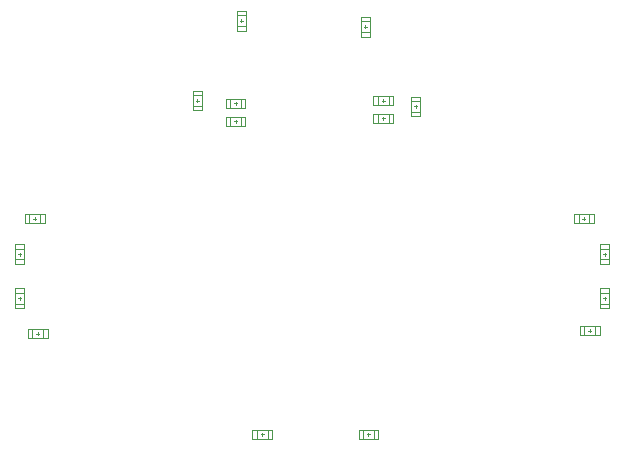
<source format=gm1>
G04 Layer_Color=16711935*
%FSLAX25Y25*%
%MOIN*%
G70*
G01*
G75*
%ADD50C,0.00400*%
%ADD51C,0.00200*%
D50*
X288554Y67398D02*
Y70398D01*
X292154Y67398D02*
Y70398D01*
X293654Y67398D02*
Y70398D01*
X287054D02*
X293654D01*
X287054Y67398D02*
Y70398D01*
Y67398D02*
X293654D01*
X293776Y92688D02*
X296776D01*
X293776Y96288D02*
X296776D01*
X293776Y97788D02*
X296776D01*
X293776Y91188D02*
Y97788D01*
Y91188D02*
X296776D01*
Y97788D01*
X293776Y77925D02*
X296776D01*
X293776Y81524D02*
X296776D01*
X293776Y83025D02*
X296776D01*
X293776Y76424D02*
Y83025D01*
Y76424D02*
X296776D01*
Y83025D01*
X286586Y104799D02*
Y107799D01*
X290186Y104799D02*
Y107799D01*
X291686Y104799D02*
Y107799D01*
X285086D02*
X291686D01*
X285086Y104799D02*
Y107799D01*
Y104799D02*
X291686D01*
X230784Y145501D02*
X233784D01*
X230784Y141901D02*
X233784D01*
X230784Y140401D02*
X233784D01*
Y147001D01*
X230784D02*
X233784D01*
X230784Y140401D02*
Y147001D01*
X219657Y138264D02*
Y141264D01*
X223257Y138264D02*
Y141264D01*
X224757Y138264D02*
Y141264D01*
X218157D02*
X224757D01*
X218157Y138264D02*
Y141264D01*
Y138264D02*
X224757D01*
X219657Y144169D02*
Y147169D01*
X223257Y144169D02*
Y147169D01*
X224757Y144169D02*
Y147169D01*
X218157D02*
X224757D01*
X218157Y144169D02*
Y147169D01*
Y144169D02*
X224757D01*
X214051Y172076D02*
X217051D01*
X214051Y168476D02*
X217051D01*
X214051Y166976D02*
X217051D01*
Y173576D01*
X214051D02*
X217051D01*
X214051Y166976D02*
Y173576D01*
X172713Y174044D02*
X175713D01*
X172713Y170444D02*
X175713D01*
X172713Y168944D02*
X175713D01*
Y175544D01*
X172713D02*
X175713D01*
X172713Y168944D02*
Y175544D01*
X170444Y137279D02*
Y140279D01*
X174044Y137279D02*
Y140279D01*
X175544Y137279D02*
Y140279D01*
X168944D02*
X175544D01*
X168944Y137279D02*
Y140279D01*
Y137279D02*
X175544D01*
X170444Y143185D02*
Y146185D01*
X174044Y143185D02*
Y146185D01*
X175544Y143185D02*
Y146185D01*
X168944D02*
X175544D01*
X168944Y143185D02*
Y146185D01*
Y143185D02*
X175544D01*
X157949Y147469D02*
X160949D01*
X157949Y143869D02*
X160949D01*
X157949Y142369D02*
X160949D01*
Y148969D01*
X157949D02*
X160949D01*
X157949Y142369D02*
Y148969D01*
X107115Y104799D02*
Y107799D01*
X103515Y104799D02*
Y107799D01*
X102015Y104799D02*
Y107799D01*
Y104799D02*
X108615D01*
Y107799D01*
X102015D02*
X108615D01*
X98894Y96288D02*
X101894D01*
X98894Y92688D02*
X101894D01*
X98894Y91188D02*
X101894D01*
Y97788D01*
X98894D02*
X101894D01*
X98894Y91188D02*
Y97788D01*
X108099Y66413D02*
Y69413D01*
X104499Y66413D02*
Y69413D01*
X102999Y66413D02*
Y69413D01*
Y66413D02*
X109599D01*
Y69413D01*
X102999D02*
X109599D01*
X98894Y81524D02*
X101894D01*
X98894Y77924D02*
X101894D01*
X98894Y76424D02*
X101894D01*
Y83024D01*
X98894D02*
X101894D01*
X98894Y76424D02*
Y83024D01*
X218336Y32949D02*
Y35949D01*
X214736Y32949D02*
Y35949D01*
X213235Y32949D02*
Y35949D01*
Y32949D02*
X219835D01*
Y35949D01*
X213235D02*
X219835D01*
X179303Y32949D02*
Y35949D01*
X182903Y32949D02*
Y35949D01*
X184403Y32949D02*
Y35949D01*
X177803D02*
X184403D01*
X177803Y32949D02*
Y35949D01*
Y32949D02*
X184403D01*
D51*
X290354Y68398D02*
Y69398D01*
X289854Y68898D02*
X290854D01*
X294776Y94488D02*
X295776D01*
X295276Y93988D02*
Y94988D01*
X294776Y79725D02*
X295776D01*
X295276Y79224D02*
Y80225D01*
X288386Y105799D02*
Y106799D01*
X287886Y106299D02*
X288886D01*
X231784Y143701D02*
X232784D01*
X232283Y143201D02*
Y144201D01*
X221457Y139264D02*
Y140264D01*
X220957Y139764D02*
X221957D01*
X221457Y145169D02*
Y146169D01*
X220957Y145669D02*
X221957D01*
X215051Y170276D02*
X216051D01*
X215551Y169776D02*
Y170776D01*
X173713Y172244D02*
X174713D01*
X174213Y171744D02*
Y172744D01*
X172244Y138279D02*
Y139279D01*
X171744Y138779D02*
X172744D01*
X172244Y144185D02*
Y145185D01*
X171744Y144685D02*
X172744D01*
X158949Y145669D02*
X159949D01*
X159449Y145169D02*
Y146169D01*
X105315Y105799D02*
Y106799D01*
X104815Y106299D02*
X105815D01*
X99894Y94488D02*
X100894D01*
X100394Y93988D02*
Y94988D01*
X106299Y67413D02*
Y68413D01*
X105799Y67913D02*
X106799D01*
X99894Y79724D02*
X100894D01*
X100394Y79224D02*
Y80224D01*
X216535Y33949D02*
Y34949D01*
X216036Y34449D02*
X217036D01*
X181103Y33949D02*
Y34949D01*
X180603Y34449D02*
X181603D01*
M02*

</source>
